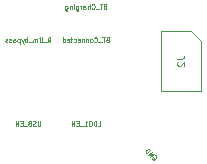
<source format=gbr>
G04 #@! TF.GenerationSoftware,KiCad,Pcbnew,(5.1.5-0)*
G04 #@! TF.CreationDate,2020-02-20T09:13:15+02:00*
G04 #@! TF.ProjectId,slice-harvester,736c6963-652d-4686-9172-766573746572,0.9*
G04 #@! TF.SameCoordinates,PX8f0d180PY5f5e100*
G04 #@! TF.FileFunction,Other,Fab,Bot*
%FSLAX46Y46*%
G04 Gerber Fmt 4.6, Leading zero omitted, Abs format (unit mm)*
G04 Created by KiCad (PCBNEW (5.1.5-0)) date 2020-02-20 09:13:15*
%MOMM*%
%LPD*%
G04 APERTURE LIST*
%ADD10C,0.100000*%
%ADD11C,0.080000*%
G04 APERTURE END LIST*
D10*
X11317500Y2535000D02*
X8760000Y2535000D01*
X8760000Y2535000D02*
X8760000Y-2545000D01*
X8760000Y-2545000D02*
X12170000Y-2545000D01*
X12170000Y-2545000D02*
X12170000Y1682500D01*
X12170000Y1682500D02*
X11317500Y2535000D01*
D11*
X8256920Y-7974077D02*
X8297326Y-7987546D01*
X8337732Y-8027952D01*
X8364670Y-8081827D01*
X8364670Y-8135702D01*
X8351201Y-8176108D01*
X8310795Y-8243451D01*
X8270389Y-8283857D01*
X8203045Y-8324264D01*
X8162639Y-8337732D01*
X8108764Y-8337732D01*
X8054890Y-8310795D01*
X8027952Y-8283857D01*
X8001015Y-8229983D01*
X8001015Y-8203045D01*
X8095296Y-8108764D01*
X8149170Y-8162639D01*
X7852859Y-8108764D02*
X8135702Y-7825922D01*
X7691235Y-7947140D01*
X7974077Y-7664297D01*
X7556548Y-7812453D02*
X7839390Y-7529610D01*
X7772047Y-7462267D01*
X7718172Y-7435329D01*
X7664297Y-7435329D01*
X7623891Y-7448798D01*
X7556548Y-7489204D01*
X7516142Y-7529610D01*
X7475735Y-7596954D01*
X7462267Y-7637360D01*
X7462267Y-7691235D01*
X7489204Y-7745109D01*
X7556548Y-7812453D01*
X4000000Y4628572D02*
X3942857Y4609524D01*
X3923809Y4590477D01*
X3904761Y4552381D01*
X3904761Y4495239D01*
X3923809Y4457143D01*
X3942857Y4438096D01*
X3980952Y4419048D01*
X4133333Y4419048D01*
X4133333Y4819048D01*
X4000000Y4819048D01*
X3961904Y4800000D01*
X3942857Y4780953D01*
X3923809Y4742858D01*
X3923809Y4704762D01*
X3942857Y4666667D01*
X3961904Y4647620D01*
X4000000Y4628572D01*
X4133333Y4628572D01*
X3790476Y4819048D02*
X3561904Y4819048D01*
X3676190Y4419048D02*
X3676190Y4819048D01*
X3523809Y4380953D02*
X3219047Y4380953D01*
X2895238Y4457143D02*
X2914285Y4438096D01*
X2971428Y4419048D01*
X3009523Y4419048D01*
X3066666Y4438096D01*
X3104761Y4476191D01*
X3123809Y4514286D01*
X3142857Y4590477D01*
X3142857Y4647620D01*
X3123809Y4723810D01*
X3104761Y4761905D01*
X3066666Y4800000D01*
X3009523Y4819048D01*
X2971428Y4819048D01*
X2914285Y4800000D01*
X2895238Y4780953D01*
X2723809Y4419048D02*
X2723809Y4819048D01*
X2552380Y4419048D02*
X2552380Y4628572D01*
X2571428Y4666667D01*
X2609523Y4685715D01*
X2666666Y4685715D01*
X2704761Y4666667D01*
X2723809Y4647620D01*
X2190476Y4419048D02*
X2190476Y4628572D01*
X2209523Y4666667D01*
X2247619Y4685715D01*
X2323809Y4685715D01*
X2361904Y4666667D01*
X2190476Y4438096D02*
X2228571Y4419048D01*
X2323809Y4419048D01*
X2361904Y4438096D01*
X2380952Y4476191D01*
X2380952Y4514286D01*
X2361904Y4552381D01*
X2323809Y4571429D01*
X2228571Y4571429D01*
X2190476Y4590477D01*
X2000000Y4419048D02*
X2000000Y4685715D01*
X2000000Y4609524D02*
X1980952Y4647620D01*
X1961904Y4666667D01*
X1923809Y4685715D01*
X1885714Y4685715D01*
X1580952Y4685715D02*
X1580952Y4361905D01*
X1600000Y4323810D01*
X1619047Y4304762D01*
X1657142Y4285715D01*
X1714285Y4285715D01*
X1752380Y4304762D01*
X1580952Y4438096D02*
X1619047Y4419048D01*
X1695238Y4419048D01*
X1733333Y4438096D01*
X1752380Y4457143D01*
X1771428Y4495239D01*
X1771428Y4609524D01*
X1752380Y4647620D01*
X1733333Y4666667D01*
X1695238Y4685715D01*
X1619047Y4685715D01*
X1580952Y4666667D01*
X1390476Y4419048D02*
X1390476Y4685715D01*
X1390476Y4819048D02*
X1409523Y4800000D01*
X1390476Y4780953D01*
X1371428Y4800000D01*
X1390476Y4819048D01*
X1390476Y4780953D01*
X1200000Y4685715D02*
X1200000Y4419048D01*
X1200000Y4647620D02*
X1180952Y4666667D01*
X1142857Y4685715D01*
X1085714Y4685715D01*
X1047619Y4666667D01*
X1028571Y4628572D01*
X1028571Y4419048D01*
X666666Y4685715D02*
X666666Y4361905D01*
X685714Y4323810D01*
X704761Y4304762D01*
X742857Y4285715D01*
X800000Y4285715D01*
X838095Y4304762D01*
X666666Y4438096D02*
X704761Y4419048D01*
X780952Y4419048D01*
X819047Y4438096D01*
X838095Y4457143D01*
X857142Y4495239D01*
X857142Y4609524D01*
X838095Y4647620D01*
X819047Y4666667D01*
X780952Y4685715D01*
X704761Y4685715D01*
X666666Y4666667D01*
X4228571Y1828572D02*
X4171428Y1809524D01*
X4152380Y1790477D01*
X4133333Y1752381D01*
X4133333Y1695239D01*
X4152380Y1657143D01*
X4171428Y1638096D01*
X4209523Y1619048D01*
X4361904Y1619048D01*
X4361904Y2019048D01*
X4228571Y2019048D01*
X4190476Y2000000D01*
X4171428Y1980953D01*
X4152380Y1942858D01*
X4152380Y1904762D01*
X4171428Y1866667D01*
X4190476Y1847620D01*
X4228571Y1828572D01*
X4361904Y1828572D01*
X4019047Y2019048D02*
X3790476Y2019048D01*
X3904761Y1619048D02*
X3904761Y2019048D01*
X3752380Y1580953D02*
X3447619Y1580953D01*
X3123809Y1657143D02*
X3142857Y1638096D01*
X3200000Y1619048D01*
X3238095Y1619048D01*
X3295238Y1638096D01*
X3333333Y1676191D01*
X3352380Y1714286D01*
X3371428Y1790477D01*
X3371428Y1847620D01*
X3352380Y1923810D01*
X3333333Y1961905D01*
X3295238Y2000000D01*
X3238095Y2019048D01*
X3200000Y2019048D01*
X3142857Y2000000D01*
X3123809Y1980953D01*
X2895238Y1619048D02*
X2933333Y1638096D01*
X2952380Y1657143D01*
X2971428Y1695239D01*
X2971428Y1809524D01*
X2952380Y1847620D01*
X2933333Y1866667D01*
X2895238Y1885715D01*
X2838095Y1885715D01*
X2800000Y1866667D01*
X2780952Y1847620D01*
X2761904Y1809524D01*
X2761904Y1695239D01*
X2780952Y1657143D01*
X2800000Y1638096D01*
X2838095Y1619048D01*
X2895238Y1619048D01*
X2590476Y1885715D02*
X2590476Y1619048D01*
X2590476Y1847620D02*
X2571428Y1866667D01*
X2533333Y1885715D01*
X2476190Y1885715D01*
X2438095Y1866667D01*
X2419047Y1828572D01*
X2419047Y1619048D01*
X2228571Y1885715D02*
X2228571Y1619048D01*
X2228571Y1847620D02*
X2209523Y1866667D01*
X2171428Y1885715D01*
X2114285Y1885715D01*
X2076190Y1866667D01*
X2057142Y1828572D01*
X2057142Y1619048D01*
X1714285Y1638096D02*
X1752380Y1619048D01*
X1828571Y1619048D01*
X1866666Y1638096D01*
X1885714Y1676191D01*
X1885714Y1828572D01*
X1866666Y1866667D01*
X1828571Y1885715D01*
X1752380Y1885715D01*
X1714285Y1866667D01*
X1695238Y1828572D01*
X1695238Y1790477D01*
X1885714Y1752381D01*
X1352380Y1638096D02*
X1390476Y1619048D01*
X1466666Y1619048D01*
X1504761Y1638096D01*
X1523809Y1657143D01*
X1542857Y1695239D01*
X1542857Y1809524D01*
X1523809Y1847620D01*
X1504761Y1866667D01*
X1466666Y1885715D01*
X1390476Y1885715D01*
X1352380Y1866667D01*
X1238095Y1885715D02*
X1085714Y1885715D01*
X1180952Y2019048D02*
X1180952Y1676191D01*
X1161904Y1638096D01*
X1123809Y1619048D01*
X1085714Y1619048D01*
X800000Y1638096D02*
X838095Y1619048D01*
X914285Y1619048D01*
X952380Y1638096D01*
X971428Y1676191D01*
X971428Y1828572D01*
X952380Y1866667D01*
X914285Y1885715D01*
X838095Y1885715D01*
X800000Y1866667D01*
X780952Y1828572D01*
X780952Y1790477D01*
X971428Y1752381D01*
X438095Y1619048D02*
X438095Y2019048D01*
X438095Y1638096D02*
X476190Y1619048D01*
X552380Y1619048D01*
X590476Y1638096D01*
X609523Y1657143D01*
X628571Y1695239D01*
X628571Y1809524D01*
X609523Y1847620D01*
X590476Y1866667D01*
X552380Y1885715D01*
X476190Y1885715D01*
X438095Y1866667D01*
D10*
X10136428Y195000D02*
X10565000Y195000D01*
X10650714Y223572D01*
X10707857Y280715D01*
X10736428Y366429D01*
X10736428Y423572D01*
X10193571Y-62142D02*
X10165000Y-90714D01*
X10136428Y-147857D01*
X10136428Y-290714D01*
X10165000Y-347857D01*
X10193571Y-376428D01*
X10250714Y-405000D01*
X10307857Y-405000D01*
X10393571Y-376428D01*
X10736428Y-33571D01*
X10736428Y-405000D01*
D11*
X-1452381Y-5080952D02*
X-1452381Y-5404761D01*
X-1471429Y-5442857D01*
X-1490477Y-5461904D01*
X-1528572Y-5480952D01*
X-1604762Y-5480952D01*
X-1642858Y-5461904D01*
X-1661905Y-5442857D01*
X-1680953Y-5404761D01*
X-1680953Y-5080952D01*
X-1852381Y-5461904D02*
X-1909524Y-5480952D01*
X-2004762Y-5480952D01*
X-2042858Y-5461904D01*
X-2061905Y-5442857D01*
X-2080953Y-5404761D01*
X-2080953Y-5366666D01*
X-2061905Y-5328571D01*
X-2042858Y-5309523D01*
X-2004762Y-5290476D01*
X-1928572Y-5271428D01*
X-1890477Y-5252380D01*
X-1871429Y-5233333D01*
X-1852381Y-5195238D01*
X-1852381Y-5157142D01*
X-1871429Y-5119047D01*
X-1890477Y-5100000D01*
X-1928572Y-5080952D01*
X-2023810Y-5080952D01*
X-2080953Y-5100000D01*
X-2385715Y-5271428D02*
X-2442858Y-5290476D01*
X-2461905Y-5309523D01*
X-2480953Y-5347619D01*
X-2480953Y-5404761D01*
X-2461905Y-5442857D01*
X-2442858Y-5461904D01*
X-2404762Y-5480952D01*
X-2252381Y-5480952D01*
X-2252381Y-5080952D01*
X-2385715Y-5080952D01*
X-2423810Y-5100000D01*
X-2442858Y-5119047D01*
X-2461905Y-5157142D01*
X-2461905Y-5195238D01*
X-2442858Y-5233333D01*
X-2423810Y-5252380D01*
X-2385715Y-5271428D01*
X-2252381Y-5271428D01*
X-2557143Y-5519047D02*
X-2861905Y-5519047D01*
X-2957143Y-5271428D02*
X-3090477Y-5271428D01*
X-3147620Y-5480952D02*
X-2957143Y-5480952D01*
X-2957143Y-5080952D01*
X-3147620Y-5080952D01*
X-3319048Y-5480952D02*
X-3319048Y-5080952D01*
X-3547620Y-5480952D01*
X-3547620Y-5080952D01*
X3419047Y-5480952D02*
X3609523Y-5480952D01*
X3609523Y-5080952D01*
X3285714Y-5480952D02*
X3285714Y-5080952D01*
X3190476Y-5080952D01*
X3133333Y-5100000D01*
X3095238Y-5138095D01*
X3076190Y-5176190D01*
X3057142Y-5252380D01*
X3057142Y-5309523D01*
X3076190Y-5385714D01*
X3095238Y-5423809D01*
X3133333Y-5461904D01*
X3190476Y-5480952D01*
X3285714Y-5480952D01*
X2809523Y-5080952D02*
X2733333Y-5080952D01*
X2695238Y-5100000D01*
X2657142Y-5138095D01*
X2638095Y-5214285D01*
X2638095Y-5347619D01*
X2657142Y-5423809D01*
X2695238Y-5461904D01*
X2733333Y-5480952D01*
X2809523Y-5480952D01*
X2847619Y-5461904D01*
X2885714Y-5423809D01*
X2904761Y-5347619D01*
X2904761Y-5214285D01*
X2885714Y-5138095D01*
X2847619Y-5100000D01*
X2809523Y-5080952D01*
X2257142Y-5480952D02*
X2485714Y-5480952D01*
X2371428Y-5480952D02*
X2371428Y-5080952D01*
X2409523Y-5138095D01*
X2447619Y-5176190D01*
X2485714Y-5195238D01*
X2180952Y-5519047D02*
X1876190Y-5519047D01*
X1780952Y-5271428D02*
X1647619Y-5271428D01*
X1590476Y-5480952D02*
X1780952Y-5480952D01*
X1780952Y-5080952D01*
X1590476Y-5080952D01*
X1419047Y-5480952D02*
X1419047Y-5080952D01*
X1190476Y-5480952D01*
X1190476Y-5080952D01*
X-833334Y1619048D02*
X-700000Y1809524D01*
X-604762Y1619048D02*
X-604762Y2019048D01*
X-757143Y2019048D01*
X-795239Y2000000D01*
X-814286Y1980953D01*
X-833334Y1942858D01*
X-833334Y1885715D01*
X-814286Y1847620D01*
X-795239Y1828572D01*
X-757143Y1809524D01*
X-604762Y1809524D01*
X-909524Y1580953D02*
X-1214286Y1580953D01*
X-1366667Y1619048D02*
X-1328572Y1638096D01*
X-1309524Y1676191D01*
X-1309524Y2019048D01*
X-1519048Y1619048D02*
X-1519048Y1885715D01*
X-1519048Y2019048D02*
X-1500000Y2000000D01*
X-1519048Y1980953D01*
X-1538096Y2000000D01*
X-1519048Y2019048D01*
X-1519048Y1980953D01*
X-1709524Y1619048D02*
X-1709524Y1885715D01*
X-1709524Y1847620D02*
X-1728572Y1866667D01*
X-1766667Y1885715D01*
X-1823810Y1885715D01*
X-1861905Y1866667D01*
X-1880953Y1828572D01*
X-1880953Y1619048D01*
X-1880953Y1828572D02*
X-1900000Y1866667D01*
X-1938096Y1885715D01*
X-1995239Y1885715D01*
X-2033334Y1866667D01*
X-2052381Y1828572D01*
X-2052381Y1619048D01*
X-2147620Y1580953D02*
X-2452381Y1580953D01*
X-2547620Y1619048D02*
X-2547620Y2019048D01*
X-2547620Y1866667D02*
X-2585715Y1885715D01*
X-2661905Y1885715D01*
X-2700000Y1866667D01*
X-2719048Y1847620D01*
X-2738096Y1809524D01*
X-2738096Y1695239D01*
X-2719048Y1657143D01*
X-2700000Y1638096D01*
X-2661905Y1619048D01*
X-2585715Y1619048D01*
X-2547620Y1638096D01*
X-2871429Y1885715D02*
X-2966667Y1619048D01*
X-3061905Y1885715D02*
X-2966667Y1619048D01*
X-2928572Y1523810D01*
X-2909524Y1504762D01*
X-2871429Y1485715D01*
X-3214286Y1885715D02*
X-3214286Y1485715D01*
X-3214286Y1866667D02*
X-3252381Y1885715D01*
X-3328572Y1885715D01*
X-3366667Y1866667D01*
X-3385715Y1847620D01*
X-3404762Y1809524D01*
X-3404762Y1695239D01*
X-3385715Y1657143D01*
X-3366667Y1638096D01*
X-3328572Y1619048D01*
X-3252381Y1619048D01*
X-3214286Y1638096D01*
X-3747620Y1619048D02*
X-3747620Y1828572D01*
X-3728572Y1866667D01*
X-3690477Y1885715D01*
X-3614286Y1885715D01*
X-3576191Y1866667D01*
X-3747620Y1638096D02*
X-3709524Y1619048D01*
X-3614286Y1619048D01*
X-3576191Y1638096D01*
X-3557143Y1676191D01*
X-3557143Y1714286D01*
X-3576191Y1752381D01*
X-3614286Y1771429D01*
X-3709524Y1771429D01*
X-3747620Y1790477D01*
X-3919048Y1638096D02*
X-3957143Y1619048D01*
X-4033334Y1619048D01*
X-4071429Y1638096D01*
X-4090477Y1676191D01*
X-4090477Y1695239D01*
X-4071429Y1733334D01*
X-4033334Y1752381D01*
X-3976191Y1752381D01*
X-3938096Y1771429D01*
X-3919048Y1809524D01*
X-3919048Y1828572D01*
X-3938096Y1866667D01*
X-3976191Y1885715D01*
X-4033334Y1885715D01*
X-4071429Y1866667D01*
X-4242858Y1638096D02*
X-4280953Y1619048D01*
X-4357143Y1619048D01*
X-4395239Y1638096D01*
X-4414286Y1676191D01*
X-4414286Y1695239D01*
X-4395239Y1733334D01*
X-4357143Y1752381D01*
X-4300000Y1752381D01*
X-4261905Y1771429D01*
X-4242858Y1809524D01*
X-4242858Y1828572D01*
X-4261905Y1866667D01*
X-4300000Y1885715D01*
X-4357143Y1885715D01*
X-4395239Y1866667D01*
M02*

</source>
